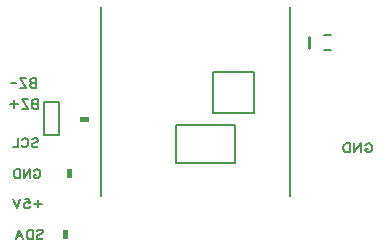
<source format=gbo>
G04 DipTrace 2.3.1.0*
%INPowerTowerRX_Rev4.GBO*%
%MOIN*%
%ADD10C,0.0098*%
%ADD21C,0.008*%
%ADD27C,0.006*%
%ADD94C,0.0066*%
%FSLAX44Y44*%
G04*
G70*
G90*
G75*
G01*
%LNBotSilk*%
%LPD*%
X11719Y9362D2*
D10*
Y9738D1*
X12226Y9314D2*
D27*
X12462D1*
X12226Y9786D2*
X12462D1*
G36*
X4090Y6895D2*
X4390D1*
Y7075D1*
X4090D1*
Y6895D1*
G37*
G36*
X3525Y3290D2*
X3705D1*
Y2990D1*
X3525D1*
Y3290D1*
G37*
G36*
X3655Y5340D2*
X3835D1*
Y5040D1*
X3655D1*
Y5340D1*
G37*
X4776Y10730D2*
D21*
Y4431D1*
X11076D2*
Y10730D1*
X7276Y6793D2*
X9245D1*
X7276D2*
Y5533D1*
X9245D1*
X8517Y8564D2*
Y7187D1*
X9894D1*
Y8564D1*
X8517D1*
X9245Y6793D2*
Y5533D1*
X2883Y6460D2*
D27*
X3403D1*
Y7580D1*
X2883D1*
Y6460D1*
%LNBottom PrettySilk*%
X2631Y8349D2*
D94*
Y8047D1*
X2502D1*
X2459Y8062D1*
X2445Y8076D1*
X2430Y8105D1*
Y8148D1*
X2445Y8176D1*
X2459Y8191D1*
X2502Y8205D1*
X2459Y8220D1*
X2445Y8234D1*
X2430Y8262D1*
Y8291D1*
X2445Y8320D1*
X2459Y8334D1*
X2502Y8349D1*
X2631D1*
Y8205D2*
X2502D1*
X2299Y8349D2*
X2098D1*
X2299Y8047D1*
X2098D1*
X1967Y8198D2*
X1801D1*
X2684Y7649D2*
Y7347D1*
X2554D1*
X2511Y7362D1*
X2497Y7376D1*
X2483Y7405D1*
Y7448D1*
X2497Y7476D1*
X2511Y7491D1*
X2554Y7505D1*
X2511Y7520D1*
X2497Y7534D1*
X2483Y7562D1*
Y7591D1*
X2497Y7620D1*
X2511Y7634D1*
X2554Y7649D1*
X2684D1*
Y7505D2*
X2554D1*
X2352Y7649D2*
X2151D1*
X2352Y7347D1*
X2151D1*
X1890Y7627D2*
Y7369D1*
X2019Y7498D2*
X1761D1*
X2644Y3255D2*
X2673Y3284D1*
X2716Y3299D1*
X2773D1*
X2816Y3284D1*
X2845Y3255D1*
Y3227D1*
X2831Y3198D1*
X2816Y3184D1*
X2788Y3170D1*
X2702Y3141D1*
X2673Y3126D1*
X2659Y3112D1*
X2644Y3083D1*
Y3040D1*
X2673Y3012D1*
X2716Y2997D1*
X2773D1*
X2816Y3012D1*
X2845Y3040D1*
X2513Y3299D2*
Y2997D1*
X2413D1*
X2369Y3012D1*
X2341Y3040D1*
X2326Y3069D1*
X2312Y3112D1*
Y3184D1*
X2326Y3227D1*
X2341Y3255D1*
X2369Y3284D1*
X2413Y3299D1*
X2513D1*
X1951Y2997D2*
X2066Y3299D1*
X2181Y2997D1*
X2138Y3098D2*
X1994D1*
X2491Y6315D2*
X2519Y6344D1*
X2562Y6359D1*
X2620D1*
X2663Y6344D1*
X2692Y6315D1*
Y6287D1*
X2677Y6258D1*
X2663Y6244D1*
X2634Y6230D1*
X2548Y6201D1*
X2519Y6186D1*
X2505Y6172D1*
X2491Y6143D1*
Y6100D1*
X2519Y6072D1*
X2562Y6057D1*
X2620D1*
X2663Y6072D1*
X2692Y6100D1*
X2144Y6287D2*
X2159Y6315D1*
X2188Y6344D1*
X2216Y6359D1*
X2273D1*
X2302Y6344D1*
X2331Y6315D1*
X2345Y6287D1*
X2360Y6244D1*
Y6172D1*
X2345Y6129D1*
X2331Y6100D1*
X2302Y6072D1*
X2273Y6057D1*
X2216D1*
X2188Y6072D1*
X2159Y6100D1*
X2144Y6129D1*
X2013Y6359D2*
Y6057D1*
X1841D1*
X2545Y5257D2*
X2560Y5285D1*
X2589Y5314D1*
X2617Y5329D1*
X2674D1*
X2703Y5314D1*
X2732Y5285D1*
X2746Y5257D1*
X2761Y5214D1*
Y5142D1*
X2746Y5099D1*
X2732Y5070D1*
X2703Y5042D1*
X2674Y5027D1*
X2617D1*
X2589Y5042D1*
X2560Y5070D1*
X2545Y5099D1*
Y5142D1*
X2617D1*
X2213Y5329D2*
Y5027D1*
X2414Y5329D1*
Y5027D1*
X2082Y5329D2*
Y5027D1*
X1982D1*
X1938Y5042D1*
X1910Y5070D1*
X1895Y5099D1*
X1881Y5142D1*
Y5214D1*
X1895Y5257D1*
X1910Y5285D1*
X1938Y5314D1*
X1982Y5329D1*
X2082D1*
X2683Y4307D2*
Y4049D1*
X2812Y4178D2*
X2554D1*
X2251Y4328D2*
X2394D1*
X2408Y4199D1*
X2394Y4214D1*
X2351Y4228D1*
X2308D1*
X2265Y4214D1*
X2236Y4185D1*
X2222Y4142D1*
Y4113D1*
X2236Y4070D1*
X2265Y4041D1*
X2308Y4027D1*
X2351D1*
X2394Y4041D1*
X2408Y4056D1*
X2423Y4085D1*
X2091Y4329D2*
X1976Y4027D1*
X1861Y4329D1*
X13596Y6117D2*
X13612Y6145D1*
X13644Y6174D1*
X13675Y6189D1*
X13738D1*
X13770Y6174D1*
X13801Y6145D1*
X13817Y6117D1*
X13833Y6074D1*
Y6002D1*
X13817Y5959D1*
X13801Y5930D1*
X13770Y5902D1*
X13738Y5887D1*
X13675D1*
X13644Y5902D1*
X13612Y5930D1*
X13596Y5959D1*
Y6002D1*
X13675D1*
X13231Y6189D2*
Y5887D1*
X13452Y6189D1*
Y5887D1*
X13087Y6189D2*
Y5887D1*
X12976D1*
X12929Y5902D1*
X12897Y5930D1*
X12881Y5959D1*
X12866Y6002D1*
Y6074D1*
X12881Y6117D1*
X12897Y6145D1*
X12929Y6174D1*
X12976Y6189D1*
X13087D1*
M02*

</source>
